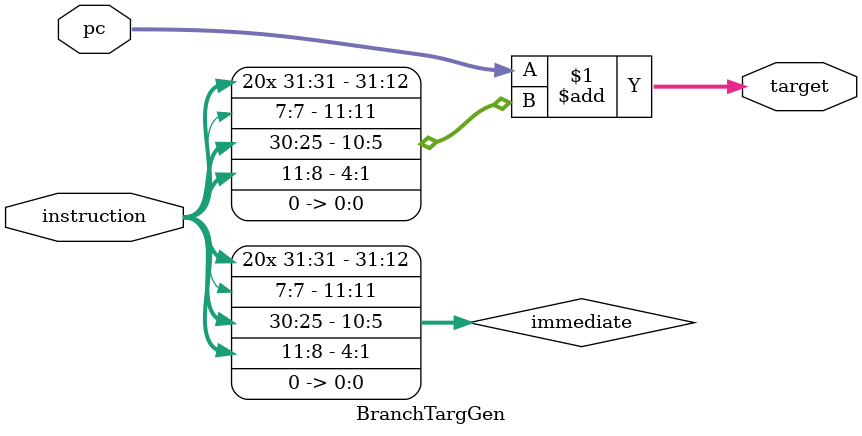
<source format=v>
`ifndef __BranchTargGen__
`define __BranchTargGen__

module BranchTargGen (
    pc,
    instruction,
    target
);
    input wire [31:0] pc;
    input wire [31:0] instruction;
    output wire [31:0] target;

    // TODO: review
    wire [31:0] immediate;
    assign immediate = {
        // 19'b0,
        instruction[31],  // imm[12] (the extended sign)
        instruction[31],  // imm[12] (the extended sign)
        instruction[31],  // imm[12] (the extended sign)
        instruction[31],  // imm[12] (the extended sign)
        instruction[31],  // imm[12] (the extended sign)
        instruction[31],  // imm[12] (the extended sign)
        instruction[31],  // imm[12] (the extended sign)
        instruction[31],  // imm[12] (the extended sign)
        instruction[31],  // imm[12] (the extended sign)
        instruction[31],  // imm[12] (the extended sign)
        instruction[31],  // imm[12] (the extended sign)
        instruction[31],  // imm[12] (the extended sign)
        instruction[31],  // imm[12] (the extended sign)
        instruction[31],  // imm[12] (the extended sign)
        instruction[31],  // imm[12] (the extended sign)
        instruction[31],  // imm[12] (the extended sign)
        instruction[31],  // imm[12] (the extended sign)
        instruction[31],  // imm[12] (the extended sign)
        instruction[31],  // imm[12] (the extended sign)
        instruction[31],  // imm[12]
        instruction[7],  // imm[11]
        instruction[30:25],  // imm[10:5]
        instruction[11:8],  // imm[4:1]
        1'b0
    };

    assign target = pc + immediate;

endmodule

`endif

</source>
